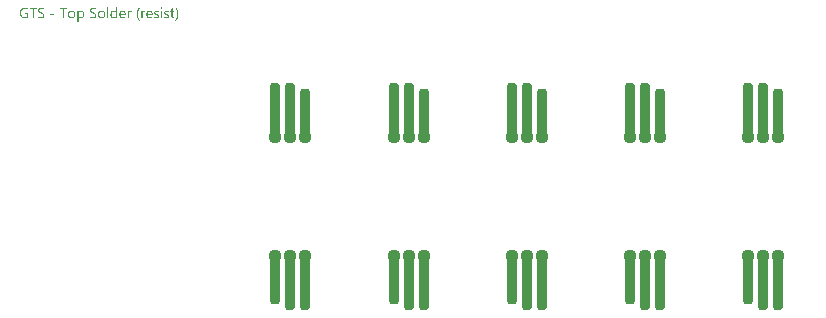
<source format=gts>
G04*
G04 #@! TF.GenerationSoftware,Altium Limited,Altium Designer,22.2.1 (43)*
G04*
G04 Layer_Color=8388736*
%FSLAX44Y44*%
%MOMM*%
G71*
G04*
G04 #@! TF.SameCoordinates,D623FA85-85CE-4992-9740-CC304F3E23A8*
G04*
G04*
G04 #@! TF.FilePolarity,Negative*
G04*
G01*
G75*
G04:AMPARAMS|DCode=13|XSize=0.9mm|YSize=4.8mm|CornerRadius=0.351mm|HoleSize=0mm|Usage=FLASHONLY|Rotation=0.000|XOffset=0mm|YOffset=0mm|HoleType=Round|Shape=RoundedRectangle|*
%AMROUNDEDRECTD13*
21,1,0.9000,4.0980,0,0,0.0*
21,1,0.1980,4.8000,0,0,0.0*
1,1,0.7020,0.0990,-2.0490*
1,1,0.7020,-0.0990,-2.0490*
1,1,0.7020,-0.0990,2.0490*
1,1,0.7020,0.0990,2.0490*
%
%ADD13ROUNDEDRECTD13*%
G04:AMPARAMS|DCode=14|XSize=0.9mm|YSize=4.3mm|CornerRadius=0.351mm|HoleSize=0mm|Usage=FLASHONLY|Rotation=0.000|XOffset=0mm|YOffset=0mm|HoleType=Round|Shape=RoundedRectangle|*
%AMROUNDEDRECTD14*
21,1,0.9000,3.5980,0,0,0.0*
21,1,0.1980,4.3000,0,0,0.0*
1,1,0.7020,0.0990,-1.7990*
1,1,0.7020,-0.0990,-1.7990*
1,1,0.7020,-0.0990,1.7990*
1,1,0.7020,0.0990,1.7990*
%
%ADD14ROUNDEDRECTD14*%
%ADD15C,1.1100*%
%ADD16C,0.1500*%
G36*
X425256Y279874D02*
X425327Y279859D01*
X425397Y279835D01*
X425476Y279796D01*
X425555Y279749D01*
X425633Y279686D01*
X425641Y279678D01*
X425664Y279655D01*
X425696Y279615D01*
X425735Y279561D01*
X425766Y279490D01*
X425798Y279411D01*
X425821Y279317D01*
X425829Y279215D01*
X425829Y279199D01*
X425829Y279168D01*
X425821Y279121D01*
X425806Y279050D01*
X425782Y278980D01*
X425743Y278901D01*
X425696Y278823D01*
X425633Y278744D01*
X425625Y278736D01*
X425602Y278713D01*
X425555Y278681D01*
X425500Y278650D01*
X425429Y278619D01*
X425350Y278587D01*
X425264Y278564D01*
X425162Y278556D01*
X425115Y278556D01*
X425068Y278564D01*
X424997Y278579D01*
X424927Y278603D01*
X424848Y278634D01*
X424770Y278674D01*
X424691Y278736D01*
X424683Y278744D01*
X424660Y278768D01*
X424628Y278815D01*
X424597Y278870D01*
X424566Y278933D01*
X424534Y279019D01*
X424511Y279113D01*
X424503Y279215D01*
X424503Y279231D01*
X424503Y279262D01*
X424511Y279317D01*
X424526Y279380D01*
X424550Y279458D01*
X424581Y279537D01*
X424628Y279615D01*
X424691Y279686D01*
X424699Y279694D01*
X424723Y279717D01*
X424770Y279749D01*
X424825Y279788D01*
X424895Y279820D01*
X424974Y279851D01*
X425060Y279874D01*
X425162Y279882D01*
X425209Y279882D01*
X425256Y279874D01*
X425256Y279874D02*
G37*
G36*
X367907Y279631D02*
X368016Y279631D01*
X368142Y279623D01*
X368283Y279615D01*
X368432Y279600D01*
X368746Y279561D01*
X369060Y279506D01*
X369217Y279466D01*
X369358Y279427D01*
X369500Y279372D01*
X369618Y279317D01*
X369618Y278140D01*
X369610Y278148D01*
X369578Y278163D01*
X369539Y278187D01*
X369476Y278226D01*
X369398Y278265D01*
X369304Y278312D01*
X369194Y278368D01*
X369068Y278415D01*
X368927Y278470D01*
X368770Y278517D01*
X368605Y278564D01*
X368425Y278603D01*
X368236Y278642D01*
X368032Y278666D01*
X367812Y278681D01*
X367585Y278689D01*
X367459Y278689D01*
X367373Y278681D01*
X367271Y278674D01*
X367153Y278658D01*
X367028Y278642D01*
X366902Y278619D01*
X366886Y278619D01*
X366847Y278603D01*
X366784Y278587D01*
X366698Y278564D01*
X366604Y278532D01*
X366502Y278493D01*
X366392Y278438D01*
X366290Y278383D01*
X366282Y278375D01*
X366243Y278352D01*
X366196Y278320D01*
X366133Y278273D01*
X366070Y278211D01*
X365992Y278140D01*
X365921Y278061D01*
X365858Y277967D01*
X365850Y277959D01*
X365835Y277920D01*
X365803Y277865D01*
X365780Y277794D01*
X365748Y277708D01*
X365717Y277598D01*
X365701Y277481D01*
X365693Y277347D01*
X365693Y277332D01*
X365693Y277292D01*
X365701Y277222D01*
X365709Y277143D01*
X365725Y277049D01*
X365748Y276947D01*
X365780Y276845D01*
X365819Y276751D01*
X365827Y276743D01*
X365842Y276711D01*
X365874Y276664D01*
X365913Y276602D01*
X365968Y276531D01*
X366031Y276452D01*
X366109Y276374D01*
X366196Y276296D01*
X366203Y276288D01*
X366243Y276264D01*
X366298Y276217D01*
X366368Y276170D01*
X366455Y276107D01*
X366557Y276044D01*
X366674Y275966D01*
X366800Y275895D01*
X366808Y275895D01*
X366816Y275887D01*
X366863Y275864D01*
X366941Y275825D01*
X367035Y275770D01*
X367161Y275715D01*
X367302Y275644D01*
X367459Y275565D01*
X367624Y275479D01*
X367632Y275479D01*
X367648Y275471D01*
X367671Y275456D01*
X367702Y275440D01*
X367750Y275416D01*
X367797Y275393D01*
X367914Y275330D01*
X368056Y275252D01*
X368213Y275165D01*
X368370Y275079D01*
X368534Y274977D01*
X368542Y274977D01*
X368550Y274969D01*
X368574Y274953D01*
X368605Y274930D01*
X368691Y274875D01*
X368793Y274804D01*
X368911Y274718D01*
X369037Y274624D01*
X369162Y274514D01*
X369288Y274396D01*
X369304Y274380D01*
X369343Y274341D01*
X369398Y274278D01*
X369476Y274192D01*
X369555Y274090D01*
X369641Y273972D01*
X369720Y273839D01*
X369798Y273698D01*
X369798Y273690D01*
X369806Y273682D01*
X369814Y273658D01*
X369829Y273627D01*
X369861Y273548D01*
X369900Y273446D01*
X369931Y273313D01*
X369963Y273164D01*
X369986Y272999D01*
X369994Y272819D01*
X369994Y272811D01*
X369994Y272787D01*
X369994Y272756D01*
X369994Y272709D01*
X369986Y272654D01*
X369979Y272583D01*
X369971Y272512D01*
X369963Y272434D01*
X369931Y272253D01*
X369884Y272065D01*
X369822Y271877D01*
X369735Y271696D01*
X369735Y271688D01*
X369727Y271673D01*
X369712Y271649D01*
X369688Y271618D01*
X369633Y271539D01*
X369555Y271429D01*
X369453Y271312D01*
X369335Y271186D01*
X369194Y271068D01*
X369037Y270951D01*
X369029Y270951D01*
X369013Y270935D01*
X368990Y270927D01*
X368958Y270903D01*
X368919Y270880D01*
X368864Y270856D01*
X368746Y270794D01*
X368597Y270731D01*
X368425Y270660D01*
X368236Y270597D01*
X368024Y270542D01*
X368016Y270542D01*
X368001Y270535D01*
X367969Y270535D01*
X367922Y270527D01*
X367875Y270511D01*
X367812Y270503D01*
X367742Y270495D01*
X367655Y270480D01*
X367475Y270456D01*
X367271Y270440D01*
X367051Y270425D01*
X366816Y270417D01*
X366729Y270417D01*
X366674Y270425D01*
X366596Y270425D01*
X366502Y270433D01*
X366400Y270440D01*
X366290Y270456D01*
X366274Y270456D01*
X366235Y270464D01*
X366172Y270472D01*
X366093Y270480D01*
X365999Y270495D01*
X365890Y270511D01*
X365780Y270527D01*
X365654Y270550D01*
X365638Y270550D01*
X365599Y270558D01*
X365536Y270574D01*
X365458Y270597D01*
X365364Y270613D01*
X365262Y270644D01*
X365042Y270707D01*
X365026Y270715D01*
X364995Y270723D01*
X364940Y270746D01*
X364877Y270770D01*
X364806Y270801D01*
X364728Y270841D01*
X364649Y270880D01*
X364579Y270927D01*
X364579Y272159D01*
X364587Y272151D01*
X364618Y272128D01*
X364665Y272089D01*
X364720Y272049D01*
X364799Y271994D01*
X364885Y271940D01*
X364979Y271877D01*
X365089Y271822D01*
X365105Y271814D01*
X365144Y271798D01*
X365199Y271767D01*
X365277Y271735D01*
X365372Y271696D01*
X365474Y271649D01*
X365591Y271602D01*
X365709Y271563D01*
X365725Y271555D01*
X365764Y271547D01*
X365835Y271531D01*
X365913Y271508D01*
X366015Y271476D01*
X366125Y271453D01*
X366368Y271406D01*
X366384Y271406D01*
X366423Y271398D01*
X366486Y271390D01*
X366572Y271382D01*
X366666Y271367D01*
X366768Y271359D01*
X366980Y271351D01*
X367075Y271351D01*
X367137Y271359D01*
X367216Y271359D01*
X367310Y271367D01*
X367412Y271382D01*
X367522Y271398D01*
X367757Y271437D01*
X367993Y271500D01*
X368220Y271586D01*
X368322Y271641D01*
X368417Y271704D01*
X368425Y271712D01*
X368440Y271720D01*
X368464Y271743D01*
X368495Y271775D01*
X368527Y271806D01*
X368566Y271853D01*
X368613Y271908D01*
X368660Y271971D01*
X368699Y272041D01*
X368746Y272112D01*
X368825Y272293D01*
X368848Y272395D01*
X368872Y272505D01*
X368888Y272614D01*
X368895Y272740D01*
X368895Y272748D01*
X368895Y272756D01*
X368895Y272803D01*
X368888Y272866D01*
X368880Y272952D01*
X368856Y273054D01*
X368833Y273156D01*
X368793Y273266D01*
X368739Y273368D01*
X368731Y273384D01*
X368707Y273415D01*
X368676Y273462D01*
X368629Y273533D01*
X368566Y273603D01*
X368487Y273690D01*
X368401Y273768D01*
X368299Y273855D01*
X368283Y273862D01*
X368252Y273894D01*
X368189Y273941D01*
X368111Y273996D01*
X368009Y274059D01*
X367899Y274129D01*
X367773Y274208D01*
X367632Y274278D01*
X367624Y274278D01*
X367616Y274286D01*
X367593Y274302D01*
X367569Y274318D01*
X367491Y274357D01*
X367388Y274412D01*
X367263Y274475D01*
X367122Y274545D01*
X366973Y274624D01*
X366808Y274710D01*
X366800Y274710D01*
X366784Y274718D01*
X366761Y274734D01*
X366729Y274749D01*
X366643Y274796D01*
X366525Y274859D01*
X366392Y274930D01*
X366243Y275008D01*
X365937Y275189D01*
X365929Y275189D01*
X365921Y275197D01*
X365897Y275212D01*
X365866Y275228D01*
X365795Y275283D01*
X365701Y275346D01*
X365591Y275424D01*
X365474Y275518D01*
X365356Y275613D01*
X365238Y275723D01*
X365222Y275738D01*
X365191Y275777D01*
X365136Y275832D01*
X365065Y275911D01*
X364995Y276013D01*
X364916Y276123D01*
X364838Y276248D01*
X364767Y276382D01*
X364767Y276390D01*
X364759Y276397D01*
X364751Y276421D01*
X364744Y276452D01*
X364712Y276531D01*
X364681Y276633D01*
X364649Y276758D01*
X364618Y276908D01*
X364602Y277073D01*
X364594Y277253D01*
X364594Y277261D01*
X364594Y277276D01*
X364594Y277316D01*
X364602Y277355D01*
X364602Y277410D01*
X364610Y277473D01*
X364626Y277614D01*
X364657Y277779D01*
X364704Y277959D01*
X364775Y278140D01*
X364861Y278312D01*
X364861Y278320D01*
X364877Y278336D01*
X364893Y278360D01*
X364908Y278391D01*
X364971Y278470D01*
X365050Y278579D01*
X365152Y278697D01*
X365269Y278823D01*
X365403Y278940D01*
X365560Y279058D01*
X365568Y279058D01*
X365583Y279074D01*
X365607Y279090D01*
X365638Y279105D01*
X365678Y279129D01*
X365725Y279160D01*
X365850Y279223D01*
X365999Y279294D01*
X366164Y279364D01*
X366353Y279435D01*
X366557Y279490D01*
X366564Y279490D01*
X366580Y279498D01*
X366612Y279506D01*
X366651Y279513D01*
X366706Y279521D01*
X366761Y279537D01*
X366831Y279553D01*
X366910Y279568D01*
X367082Y279592D01*
X367271Y279615D01*
X367483Y279631D01*
X367695Y279639D01*
X367820Y279639D01*
X367907Y279631D01*
X367907Y279631D02*
G37*
G36*
X323915Y279631D02*
X324025Y279631D01*
X324151Y279623D01*
X324292Y279615D01*
X324441Y279600D01*
X324755Y279561D01*
X325069Y279506D01*
X325226Y279466D01*
X325367Y279427D01*
X325508Y279372D01*
X325626Y279317D01*
X325626Y278140D01*
X325618Y278148D01*
X325587Y278163D01*
X325548Y278187D01*
X325485Y278226D01*
X325406Y278265D01*
X325312Y278312D01*
X325202Y278368D01*
X325077Y278415D01*
X324935Y278470D01*
X324779Y278517D01*
X324614Y278564D01*
X324433Y278603D01*
X324245Y278642D01*
X324041Y278666D01*
X323821Y278681D01*
X323593Y278689D01*
X323468Y278689D01*
X323381Y278681D01*
X323279Y278674D01*
X323162Y278658D01*
X323036Y278642D01*
X322910Y278619D01*
X322895Y278619D01*
X322856Y278603D01*
X322793Y278587D01*
X322706Y278564D01*
X322612Y278532D01*
X322510Y278493D01*
X322400Y278438D01*
X322298Y278383D01*
X322290Y278375D01*
X322251Y278352D01*
X322204Y278320D01*
X322141Y278273D01*
X322079Y278211D01*
X322000Y278140D01*
X321930Y278061D01*
X321867Y277967D01*
X321859Y277959D01*
X321843Y277920D01*
X321812Y277865D01*
X321788Y277794D01*
X321757Y277708D01*
X321725Y277598D01*
X321710Y277481D01*
X321702Y277347D01*
X321702Y277332D01*
X321702Y277292D01*
X321710Y277222D01*
X321717Y277143D01*
X321733Y277049D01*
X321757Y276947D01*
X321788Y276845D01*
X321827Y276751D01*
X321835Y276743D01*
X321851Y276711D01*
X321882Y276664D01*
X321922Y276602D01*
X321977Y276531D01*
X322039Y276452D01*
X322118Y276374D01*
X322204Y276296D01*
X322212Y276288D01*
X322251Y276264D01*
X322306Y276217D01*
X322377Y276170D01*
X322463Y276107D01*
X322565Y276044D01*
X322683Y275966D01*
X322808Y275895D01*
X322816Y275895D01*
X322824Y275887D01*
X322871Y275864D01*
X322950Y275825D01*
X323044Y275770D01*
X323170Y275715D01*
X323311Y275644D01*
X323468Y275565D01*
X323633Y275479D01*
X323641Y275479D01*
X323656Y275471D01*
X323680Y275456D01*
X323711Y275440D01*
X323758Y275416D01*
X323805Y275393D01*
X323923Y275330D01*
X324064Y275252D01*
X324221Y275165D01*
X324378Y275079D01*
X324543Y274977D01*
X324551Y274977D01*
X324559Y274969D01*
X324582Y274953D01*
X324614Y274930D01*
X324700Y274875D01*
X324802Y274804D01*
X324920Y274718D01*
X325045Y274624D01*
X325171Y274514D01*
X325297Y274396D01*
X325312Y274380D01*
X325351Y274341D01*
X325406Y274278D01*
X325485Y274192D01*
X325563Y274090D01*
X325650Y273972D01*
X325728Y273839D01*
X325807Y273698D01*
X325807Y273690D01*
X325815Y273682D01*
X325822Y273658D01*
X325838Y273627D01*
X325869Y273548D01*
X325909Y273446D01*
X325940Y273313D01*
X325971Y273164D01*
X325995Y272999D01*
X326003Y272819D01*
X326003Y272811D01*
X326003Y272787D01*
X326003Y272756D01*
X326003Y272709D01*
X325995Y272654D01*
X325987Y272583D01*
X325979Y272512D01*
X325971Y272434D01*
X325940Y272253D01*
X325893Y272065D01*
X325830Y271877D01*
X325744Y271696D01*
X325744Y271688D01*
X325736Y271673D01*
X325720Y271649D01*
X325697Y271618D01*
X325642Y271539D01*
X325563Y271429D01*
X325461Y271312D01*
X325344Y271186D01*
X325202Y271068D01*
X325045Y270951D01*
X325037Y270951D01*
X325022Y270935D01*
X324998Y270927D01*
X324967Y270903D01*
X324928Y270880D01*
X324873Y270856D01*
X324755Y270794D01*
X324606Y270731D01*
X324433Y270660D01*
X324245Y270597D01*
X324033Y270542D01*
X324025Y270542D01*
X324009Y270535D01*
X323978Y270535D01*
X323931Y270527D01*
X323884Y270511D01*
X323821Y270503D01*
X323750Y270495D01*
X323664Y270480D01*
X323484Y270456D01*
X323279Y270440D01*
X323060Y270425D01*
X322824Y270417D01*
X322738Y270417D01*
X322683Y270425D01*
X322604Y270425D01*
X322510Y270433D01*
X322408Y270440D01*
X322298Y270456D01*
X322283Y270456D01*
X322243Y270464D01*
X322181Y270472D01*
X322102Y270480D01*
X322008Y270495D01*
X321898Y270511D01*
X321788Y270527D01*
X321663Y270550D01*
X321647Y270550D01*
X321608Y270558D01*
X321545Y270574D01*
X321466Y270597D01*
X321372Y270613D01*
X321270Y270644D01*
X321050Y270707D01*
X321035Y270715D01*
X321003Y270723D01*
X320948Y270746D01*
X320886Y270770D01*
X320815Y270801D01*
X320737Y270841D01*
X320658Y270880D01*
X320587Y270927D01*
X320587Y272159D01*
X320595Y272151D01*
X320627Y272128D01*
X320674Y272089D01*
X320729Y272049D01*
X320807Y271994D01*
X320893Y271940D01*
X320988Y271877D01*
X321097Y271822D01*
X321113Y271814D01*
X321152Y271798D01*
X321207Y271767D01*
X321286Y271735D01*
X321380Y271696D01*
X321482Y271649D01*
X321600Y271602D01*
X321717Y271563D01*
X321733Y271555D01*
X321772Y271547D01*
X321843Y271531D01*
X321922Y271508D01*
X322024Y271476D01*
X322133Y271453D01*
X322377Y271406D01*
X322393Y271406D01*
X322432Y271398D01*
X322495Y271390D01*
X322581Y271382D01*
X322675Y271367D01*
X322777Y271359D01*
X322989Y271351D01*
X323083Y271351D01*
X323146Y271359D01*
X323224Y271359D01*
X323319Y271367D01*
X323421Y271382D01*
X323531Y271398D01*
X323766Y271437D01*
X324002Y271500D01*
X324229Y271586D01*
X324331Y271641D01*
X324425Y271704D01*
X324433Y271712D01*
X324449Y271720D01*
X324472Y271743D01*
X324504Y271775D01*
X324535Y271806D01*
X324574Y271853D01*
X324622Y271908D01*
X324669Y271971D01*
X324708Y272041D01*
X324755Y272112D01*
X324833Y272293D01*
X324857Y272395D01*
X324880Y272505D01*
X324896Y272614D01*
X324904Y272740D01*
X324904Y272748D01*
X324904Y272756D01*
X324904Y272803D01*
X324896Y272866D01*
X324888Y272952D01*
X324865Y273054D01*
X324841Y273156D01*
X324802Y273266D01*
X324747Y273368D01*
X324739Y273384D01*
X324716Y273415D01*
X324684Y273462D01*
X324637Y273533D01*
X324574Y273603D01*
X324496Y273690D01*
X324410Y273768D01*
X324308Y273855D01*
X324292Y273862D01*
X324260Y273894D01*
X324198Y273941D01*
X324119Y273996D01*
X324017Y274059D01*
X323907Y274129D01*
X323782Y274208D01*
X323641Y274278D01*
X323633Y274278D01*
X323625Y274286D01*
X323601Y274302D01*
X323578Y274318D01*
X323499Y274357D01*
X323397Y274412D01*
X323272Y274475D01*
X323130Y274545D01*
X322981Y274624D01*
X322816Y274710D01*
X322808Y274710D01*
X322793Y274718D01*
X322769Y274734D01*
X322738Y274749D01*
X322651Y274796D01*
X322534Y274859D01*
X322400Y274930D01*
X322251Y275008D01*
X321945Y275189D01*
X321937Y275189D01*
X321930Y275197D01*
X321906Y275212D01*
X321875Y275228D01*
X321804Y275283D01*
X321710Y275346D01*
X321600Y275424D01*
X321482Y275518D01*
X321364Y275613D01*
X321247Y275723D01*
X321231Y275738D01*
X321199Y275777D01*
X321145Y275832D01*
X321074Y275911D01*
X321003Y276013D01*
X320925Y276123D01*
X320846Y276248D01*
X320776Y276382D01*
X320776Y276390D01*
X320768Y276397D01*
X320760Y276421D01*
X320752Y276452D01*
X320721Y276531D01*
X320689Y276633D01*
X320658Y276758D01*
X320627Y276908D01*
X320611Y277073D01*
X320603Y277253D01*
X320603Y277261D01*
X320603Y277276D01*
X320603Y277316D01*
X320611Y277355D01*
X320611Y277410D01*
X320619Y277473D01*
X320634Y277614D01*
X320666Y277779D01*
X320713Y277959D01*
X320784Y278140D01*
X320870Y278312D01*
X320870Y278320D01*
X320886Y278336D01*
X320901Y278360D01*
X320917Y278391D01*
X320980Y278470D01*
X321058Y278579D01*
X321160Y278697D01*
X321278Y278823D01*
X321411Y278940D01*
X321568Y279058D01*
X321576Y279058D01*
X321592Y279074D01*
X321615Y279090D01*
X321647Y279105D01*
X321686Y279129D01*
X321733Y279160D01*
X321859Y279223D01*
X322008Y279294D01*
X322173Y279364D01*
X322361Y279435D01*
X322565Y279490D01*
X322573Y279490D01*
X322589Y279498D01*
X322620Y279506D01*
X322659Y279513D01*
X322714Y279521D01*
X322769Y279537D01*
X322840Y279553D01*
X322918Y279568D01*
X323091Y279592D01*
X323279Y279615D01*
X323491Y279631D01*
X323703Y279639D01*
X323829Y279639D01*
X323915Y279631D01*
X323915Y279631D02*
G37*
G36*
X309874Y279631D02*
X310000Y279623D01*
X310149Y279615D01*
X310306Y279600D01*
X310486Y279576D01*
X310675Y279553D01*
X310871Y279521D01*
X311075Y279482D01*
X311279Y279435D01*
X311483Y279380D01*
X311687Y279317D01*
X311891Y279247D01*
X312080Y279160D01*
X312080Y278006D01*
X312064Y278014D01*
X312032Y278038D01*
X311970Y278069D01*
X311891Y278116D01*
X311781Y278163D01*
X311656Y278226D01*
X311514Y278281D01*
X311350Y278352D01*
X311177Y278415D01*
X310981Y278477D01*
X310769Y278532D01*
X310541Y278579D01*
X310298Y278626D01*
X310047Y278658D01*
X309788Y278681D01*
X309513Y278689D01*
X309450Y278689D01*
X309372Y278681D01*
X309262Y278674D01*
X309136Y278658D01*
X308987Y278634D01*
X308822Y278603D01*
X308642Y278564D01*
X308453Y278509D01*
X308257Y278438D01*
X308053Y278352D01*
X307841Y278250D01*
X307637Y278132D01*
X307441Y277999D01*
X307245Y277834D01*
X307056Y277653D01*
X307048Y277645D01*
X307017Y277606D01*
X306970Y277551D01*
X306907Y277465D01*
X306837Y277363D01*
X306750Y277245D01*
X306664Y277096D01*
X306578Y276931D01*
X306491Y276751D01*
X306405Y276547D01*
X306319Y276327D01*
X306248Y276091D01*
X306185Y275840D01*
X306138Y275573D01*
X306107Y275283D01*
X306099Y274985D01*
X306099Y274977D01*
X306099Y274969D01*
X306099Y274946D01*
X306099Y274914D01*
X306099Y274867D01*
X306107Y274820D01*
X306115Y274702D01*
X306122Y274561D01*
X306146Y274396D01*
X306169Y274216D01*
X306209Y274019D01*
X306256Y273808D01*
X306319Y273588D01*
X306389Y273368D01*
X306476Y273140D01*
X306578Y272921D01*
X306695Y272709D01*
X306829Y272505D01*
X306986Y272316D01*
X306994Y272308D01*
X307025Y272277D01*
X307080Y272230D01*
X307150Y272167D01*
X307237Y272097D01*
X307347Y272010D01*
X307472Y271924D01*
X307621Y271838D01*
X307786Y271743D01*
X307967Y271657D01*
X308163Y271579D01*
X308383Y271500D01*
X308610Y271437D01*
X308862Y271390D01*
X309121Y271359D01*
X309403Y271351D01*
X309505Y271351D01*
X309576Y271359D01*
X309670Y271367D01*
X309772Y271374D01*
X309890Y271382D01*
X310023Y271406D01*
X310157Y271422D01*
X310306Y271453D01*
X310604Y271523D01*
X310761Y271571D01*
X310910Y271633D01*
X311059Y271696D01*
X311208Y271767D01*
X311208Y274270D01*
X309254Y274270D01*
X309254Y275220D01*
X312260Y275220D01*
X312260Y271170D01*
X312244Y271162D01*
X312197Y271139D01*
X312127Y271100D01*
X312024Y271053D01*
X311899Y270998D01*
X311750Y270935D01*
X311577Y270864D01*
X311381Y270794D01*
X311169Y270723D01*
X310934Y270652D01*
X310690Y270590D01*
X310431Y270535D01*
X310157Y270487D01*
X309866Y270448D01*
X309576Y270425D01*
X309270Y270417D01*
X309183Y270417D01*
X309144Y270425D01*
X309089Y270425D01*
X309026Y270433D01*
X308956Y270433D01*
X308791Y270456D01*
X308603Y270480D01*
X308398Y270519D01*
X308171Y270574D01*
X307928Y270637D01*
X307676Y270715D01*
X307417Y270817D01*
X307158Y270935D01*
X306899Y271076D01*
X306648Y271241D01*
X306405Y271429D01*
X306177Y271641D01*
X306162Y271657D01*
X306130Y271696D01*
X306067Y271767D01*
X305997Y271869D01*
X305903Y271987D01*
X305808Y272136D01*
X305699Y272316D01*
X305589Y272512D01*
X305479Y272732D01*
X305369Y272983D01*
X305275Y273250D01*
X305180Y273541D01*
X305110Y273847D01*
X305047Y274184D01*
X305016Y274537D01*
X305000Y274906D01*
X305000Y274914D01*
X305000Y274930D01*
X305000Y274961D01*
X305000Y275000D01*
X305008Y275047D01*
X305008Y275110D01*
X305016Y275173D01*
X305024Y275252D01*
X305031Y275338D01*
X305039Y275424D01*
X305071Y275628D01*
X305110Y275864D01*
X305165Y276107D01*
X305236Y276374D01*
X305322Y276649D01*
X305424Y276931D01*
X305549Y277214D01*
X305706Y277496D01*
X305879Y277779D01*
X306083Y278046D01*
X306311Y278305D01*
X306326Y278320D01*
X306374Y278360D01*
X306444Y278430D01*
X306546Y278517D01*
X306680Y278611D01*
X306829Y278729D01*
X307009Y278846D01*
X307221Y278972D01*
X307449Y279097D01*
X307700Y279215D01*
X307967Y279333D01*
X308265Y279427D01*
X308579Y279513D01*
X308909Y279584D01*
X309262Y279623D01*
X309631Y279639D01*
X309772Y279639D01*
X309874Y279631D01*
X309874Y279631D02*
G37*
G36*
X387630Y270566D02*
X386610Y270566D01*
X386610Y271641D01*
X386586Y271641D01*
X386578Y271625D01*
X386555Y271586D01*
X386508Y271531D01*
X386453Y271453D01*
X386374Y271359D01*
X386288Y271257D01*
X386178Y271147D01*
X386045Y271029D01*
X385903Y270911D01*
X385739Y270801D01*
X385558Y270699D01*
X385362Y270605D01*
X385150Y270527D01*
X384915Y270472D01*
X384663Y270433D01*
X384397Y270417D01*
X384342Y270417D01*
X384279Y270425D01*
X384200Y270433D01*
X384098Y270440D01*
X383980Y270464D01*
X383847Y270487D01*
X383706Y270527D01*
X383557Y270566D01*
X383400Y270629D01*
X383243Y270692D01*
X383078Y270778D01*
X382921Y270872D01*
X382764Y270990D01*
X382615Y271123D01*
X382474Y271272D01*
X382466Y271280D01*
X382442Y271312D01*
X382411Y271359D01*
X382364Y271429D01*
X382309Y271516D01*
X382246Y271618D01*
X382183Y271743D01*
X382120Y271884D01*
X382050Y272041D01*
X381987Y272214D01*
X381924Y272410D01*
X381869Y272614D01*
X381822Y272834D01*
X381791Y273078D01*
X381767Y273329D01*
X381759Y273596D01*
X381759Y273603D01*
X381759Y273611D01*
X381759Y273635D01*
X381759Y273666D01*
X381767Y273745D01*
X381775Y273855D01*
X381783Y273996D01*
X381799Y274145D01*
X381822Y274318D01*
X381861Y274506D01*
X381901Y274702D01*
X381955Y274914D01*
X382018Y275118D01*
X382097Y275338D01*
X382183Y275542D01*
X382293Y275746D01*
X382411Y275942D01*
X382552Y276131D01*
X382560Y276138D01*
X382591Y276170D01*
X382638Y276217D01*
X382701Y276280D01*
X382780Y276350D01*
X382874Y276437D01*
X382992Y276523D01*
X383117Y276609D01*
X383266Y276696D01*
X383423Y276782D01*
X383596Y276868D01*
X383784Y276939D01*
X383988Y277002D01*
X384208Y277049D01*
X384436Y277080D01*
X384679Y277088D01*
X384734Y277088D01*
X384805Y277080D01*
X384891Y277073D01*
X385001Y277057D01*
X385126Y277033D01*
X385260Y277002D01*
X385409Y276963D01*
X385566Y276908D01*
X385723Y276837D01*
X385880Y276751D01*
X386037Y276649D01*
X386186Y276531D01*
X386335Y276397D01*
X386469Y276233D01*
X386586Y276052D01*
X386610Y276052D01*
X386610Y280000D01*
X387630Y280000D01*
X387630Y270566D01*
X387630Y270566D02*
G37*
G36*
X357240Y277080D02*
X357327Y277073D01*
X357429Y277065D01*
X357546Y277041D01*
X357680Y277017D01*
X357829Y276978D01*
X357978Y276931D01*
X358135Y276876D01*
X358292Y276806D01*
X358457Y276727D01*
X358614Y276625D01*
X358763Y276507D01*
X358912Y276374D01*
X359045Y276225D01*
X359053Y276217D01*
X359077Y276186D01*
X359108Y276138D01*
X359155Y276068D01*
X359202Y275982D01*
X359265Y275879D01*
X359328Y275754D01*
X359391Y275620D01*
X359454Y275464D01*
X359516Y275291D01*
X359579Y275103D01*
X359626Y274898D01*
X359673Y274679D01*
X359705Y274443D01*
X359728Y274192D01*
X359736Y273933D01*
X359736Y273925D01*
X359736Y273917D01*
X359736Y273894D01*
X359736Y273862D01*
X359728Y273776D01*
X359720Y273666D01*
X359713Y273533D01*
X359697Y273376D01*
X359673Y273203D01*
X359642Y273015D01*
X359595Y272819D01*
X359548Y272607D01*
X359485Y272395D01*
X359407Y272183D01*
X359320Y271971D01*
X359218Y271759D01*
X359093Y271563D01*
X358959Y271374D01*
X358951Y271367D01*
X358920Y271335D01*
X358881Y271288D01*
X358818Y271225D01*
X358739Y271155D01*
X358645Y271068D01*
X358527Y270982D01*
X358402Y270896D01*
X358261Y270809D01*
X358096Y270723D01*
X357923Y270637D01*
X357735Y270566D01*
X357531Y270503D01*
X357311Y270456D01*
X357076Y270425D01*
X356832Y270417D01*
X356777Y270417D01*
X356715Y270425D01*
X356628Y270433D01*
X356526Y270448D01*
X356408Y270472D01*
X356275Y270503D01*
X356126Y270550D01*
X355977Y270605D01*
X355820Y270676D01*
X355663Y270762D01*
X355498Y270864D01*
X355341Y270990D01*
X355192Y271131D01*
X355051Y271296D01*
X354917Y271484D01*
X354894Y271484D01*
X354894Y267638D01*
X353873Y267638D01*
X353873Y276939D01*
X354894Y276939D01*
X354894Y275817D01*
X354917Y275817D01*
X354925Y275832D01*
X354956Y275872D01*
X354996Y275934D01*
X355058Y276013D01*
X355137Y276115D01*
X355231Y276217D01*
X355349Y276335D01*
X355474Y276452D01*
X355624Y276570D01*
X355788Y276688D01*
X355969Y276790D01*
X356165Y276892D01*
X356377Y276970D01*
X356612Y277033D01*
X356856Y277073D01*
X357123Y277088D01*
X357178Y277088D01*
X357240Y277080D01*
X357240Y277080D02*
G37*
G36*
X429926Y277080D02*
X429997Y277080D01*
X430083Y277073D01*
X430177Y277065D01*
X430279Y277049D01*
X430515Y277017D01*
X430758Y276963D01*
X431017Y276892D01*
X431268Y276798D01*
X431268Y275762D01*
X431260Y275770D01*
X431237Y275785D01*
X431198Y275801D01*
X431143Y275832D01*
X431080Y275872D01*
X431001Y275911D01*
X430907Y275950D01*
X430805Y275997D01*
X430687Y276036D01*
X430570Y276076D01*
X430436Y276115D01*
X430295Y276154D01*
X430138Y276186D01*
X429981Y276201D01*
X429824Y276217D01*
X429651Y276225D01*
X429549Y276225D01*
X429479Y276217D01*
X429400Y276209D01*
X429314Y276193D01*
X429133Y276154D01*
X429126Y276154D01*
X429094Y276146D01*
X429055Y276131D01*
X429000Y276107D01*
X428875Y276052D01*
X428741Y275974D01*
X428733Y275966D01*
X428717Y275950D01*
X428686Y275927D01*
X428647Y275895D01*
X428560Y275809D01*
X428482Y275691D01*
X428482Y275683D01*
X428466Y275660D01*
X428459Y275628D01*
X428443Y275581D01*
X428427Y275534D01*
X428411Y275471D01*
X428404Y275401D01*
X428396Y275330D01*
X428396Y275322D01*
X428396Y275291D01*
X428404Y275244D01*
X428404Y275181D01*
X428419Y275118D01*
X428435Y275047D01*
X428451Y274977D01*
X428482Y274906D01*
X428490Y274898D01*
X428498Y274875D01*
X428521Y274844D01*
X428553Y274804D01*
X428592Y274765D01*
X428631Y274710D01*
X428749Y274608D01*
X428757Y274600D01*
X428780Y274585D01*
X428820Y274561D01*
X428867Y274529D01*
X428929Y274498D01*
X429000Y274459D01*
X429086Y274412D01*
X429173Y274373D01*
X429181Y274365D01*
X429220Y274357D01*
X429267Y274333D01*
X429338Y274310D01*
X429424Y274270D01*
X429518Y274231D01*
X429620Y274192D01*
X429738Y274145D01*
X429746Y274145D01*
X429753Y274137D01*
X429777Y274129D01*
X429809Y274121D01*
X429887Y274090D01*
X429989Y274043D01*
X430107Y273996D01*
X430240Y273941D01*
X430374Y273878D01*
X430499Y273815D01*
X430507Y273815D01*
X430515Y273808D01*
X430554Y273784D01*
X430617Y273752D01*
X430695Y273705D01*
X430789Y273643D01*
X430884Y273580D01*
X430978Y273501D01*
X431072Y273423D01*
X431080Y273415D01*
X431111Y273384D01*
X431151Y273344D01*
X431205Y273282D01*
X431260Y273211D01*
X431323Y273125D01*
X431378Y273030D01*
X431433Y272928D01*
X431441Y272913D01*
X431457Y272881D01*
X431472Y272819D01*
X431496Y272740D01*
X431520Y272646D01*
X431543Y272536D01*
X431551Y272410D01*
X431559Y272269D01*
X431559Y272261D01*
X431559Y272246D01*
X431559Y272222D01*
X431559Y272191D01*
X431551Y272104D01*
X431535Y271987D01*
X431504Y271861D01*
X431472Y271720D01*
X431417Y271579D01*
X431347Y271445D01*
X431339Y271429D01*
X431307Y271390D01*
X431260Y271327D01*
X431198Y271241D01*
X431119Y271155D01*
X431025Y271053D01*
X430915Y270958D01*
X430789Y270864D01*
X430774Y270856D01*
X430727Y270825D01*
X430656Y270786D01*
X430562Y270739D01*
X430444Y270684D01*
X430303Y270629D01*
X430154Y270574D01*
X429989Y270527D01*
X429981Y270527D01*
X429965Y270519D01*
X429942Y270519D01*
X429911Y270511D01*
X429871Y270503D01*
X429824Y270495D01*
X429706Y270472D01*
X429557Y270448D01*
X429400Y270433D01*
X429228Y270425D01*
X429039Y270417D01*
X428945Y270417D01*
X428875Y270425D01*
X428788Y270425D01*
X428694Y270440D01*
X428576Y270448D01*
X428459Y270464D01*
X428325Y270487D01*
X428192Y270511D01*
X427909Y270574D01*
X427619Y270668D01*
X427477Y270731D01*
X427336Y270794D01*
X427336Y271884D01*
X427344Y271877D01*
X427375Y271861D01*
X427422Y271830D01*
X427485Y271790D01*
X427564Y271743D01*
X427650Y271688D01*
X427760Y271633D01*
X427878Y271579D01*
X428011Y271523D01*
X428152Y271469D01*
X428302Y271414D01*
X428459Y271367D01*
X428631Y271327D01*
X428804Y271296D01*
X428984Y271280D01*
X429173Y271272D01*
X429228Y271272D01*
X429298Y271280D01*
X429385Y271288D01*
X429487Y271304D01*
X429596Y271319D01*
X429722Y271351D01*
X429848Y271382D01*
X429965Y271429D01*
X430091Y271492D01*
X430201Y271563D01*
X430303Y271649D01*
X430389Y271751D01*
X430460Y271869D01*
X430499Y272010D01*
X430515Y272089D01*
X430515Y272167D01*
X430515Y272175D01*
X430515Y272214D01*
X430507Y272261D01*
X430499Y272316D01*
X430483Y272387D01*
X430468Y272458D01*
X430436Y272528D01*
X430397Y272599D01*
X430389Y272607D01*
X430374Y272630D01*
X430350Y272662D01*
X430319Y272709D01*
X430271Y272756D01*
X430224Y272811D01*
X430162Y272858D01*
X430091Y272913D01*
X430083Y272921D01*
X430060Y272936D01*
X430013Y272960D01*
X429958Y272999D01*
X429895Y273038D01*
X429816Y273078D01*
X429722Y273117D01*
X429628Y273156D01*
X429612Y273164D01*
X429581Y273172D01*
X429526Y273195D01*
X429455Y273227D01*
X429377Y273266D01*
X429275Y273305D01*
X429173Y273344D01*
X429063Y273391D01*
X429055Y273391D01*
X429047Y273399D01*
X429024Y273407D01*
X428992Y273423D01*
X428914Y273454D01*
X428812Y273493D01*
X428694Y273548D01*
X428568Y273603D01*
X428443Y273666D01*
X428317Y273729D01*
X428302Y273737D01*
X428262Y273760D01*
X428207Y273792D01*
X428129Y273839D01*
X428042Y273902D01*
X427956Y273964D01*
X427862Y274035D01*
X427776Y274114D01*
X427768Y274121D01*
X427744Y274153D01*
X427705Y274192D01*
X427658Y274255D01*
X427603Y274326D01*
X427548Y274412D01*
X427501Y274498D01*
X427454Y274600D01*
X427446Y274616D01*
X427438Y274647D01*
X427422Y274710D01*
X427407Y274781D01*
X427383Y274875D01*
X427368Y274985D01*
X427360Y275110D01*
X427352Y275244D01*
X427352Y275252D01*
X427352Y275267D01*
X427352Y275291D01*
X427352Y275322D01*
X427360Y275401D01*
X427375Y275511D01*
X427399Y275636D01*
X427438Y275770D01*
X427485Y275903D01*
X427556Y276036D01*
X427556Y276044D01*
X427564Y276052D01*
X427595Y276091D01*
X427642Y276154D01*
X427697Y276241D01*
X427776Y276327D01*
X427870Y276421D01*
X427980Y276523D01*
X428097Y276609D01*
X428105Y276609D01*
X428113Y276617D01*
X428160Y276649D01*
X428231Y276688D01*
X428325Y276743D01*
X428443Y276798D01*
X428576Y276861D01*
X428725Y276915D01*
X428882Y276963D01*
X428890Y276963D01*
X428906Y276970D01*
X428929Y276978D01*
X428961Y276986D01*
X429000Y276994D01*
X429047Y277002D01*
X429157Y277025D01*
X429298Y277049D01*
X429447Y277073D01*
X429612Y277080D01*
X429785Y277088D01*
X429863Y277088D01*
X429926Y277080D01*
X429926Y277080D02*
G37*
G36*
X421434Y277080D02*
X421505Y277080D01*
X421591Y277073D01*
X421685Y277065D01*
X421787Y277049D01*
X422023Y277017D01*
X422266Y276963D01*
X422525Y276892D01*
X422776Y276798D01*
X422776Y275762D01*
X422768Y275770D01*
X422745Y275785D01*
X422705Y275801D01*
X422650Y275832D01*
X422588Y275872D01*
X422509Y275911D01*
X422415Y275950D01*
X422313Y275997D01*
X422195Y276036D01*
X422078Y276076D01*
X421944Y276115D01*
X421803Y276154D01*
X421646Y276186D01*
X421489Y276201D01*
X421332Y276217D01*
X421159Y276225D01*
X421057Y276225D01*
X420987Y276217D01*
X420908Y276209D01*
X420822Y276193D01*
X420641Y276154D01*
X420633Y276154D01*
X420602Y276146D01*
X420563Y276131D01*
X420508Y276107D01*
X420382Y276052D01*
X420249Y275974D01*
X420241Y275966D01*
X420225Y275950D01*
X420194Y275927D01*
X420155Y275895D01*
X420068Y275809D01*
X419990Y275691D01*
X419990Y275683D01*
X419974Y275660D01*
X419966Y275628D01*
X419951Y275581D01*
X419935Y275534D01*
X419919Y275471D01*
X419911Y275401D01*
X419903Y275330D01*
X419903Y275322D01*
X419903Y275291D01*
X419911Y275244D01*
X419911Y275181D01*
X419927Y275118D01*
X419943Y275047D01*
X419958Y274977D01*
X419990Y274906D01*
X419998Y274898D01*
X420006Y274875D01*
X420029Y274844D01*
X420061Y274804D01*
X420100Y274765D01*
X420139Y274710D01*
X420257Y274608D01*
X420265Y274600D01*
X420288Y274585D01*
X420327Y274561D01*
X420374Y274529D01*
X420437Y274498D01*
X420508Y274459D01*
X420594Y274412D01*
X420681Y274373D01*
X420688Y274365D01*
X420728Y274357D01*
X420775Y274333D01*
X420845Y274310D01*
X420932Y274270D01*
X421026Y274231D01*
X421128Y274192D01*
X421246Y274145D01*
X421254Y274145D01*
X421261Y274137D01*
X421285Y274129D01*
X421316Y274121D01*
X421395Y274090D01*
X421497Y274043D01*
X421614Y273996D01*
X421748Y273941D01*
X421881Y273878D01*
X422007Y273815D01*
X422015Y273815D01*
X422023Y273808D01*
X422062Y273784D01*
X422125Y273752D01*
X422203Y273705D01*
X422297Y273643D01*
X422392Y273580D01*
X422486Y273501D01*
X422580Y273423D01*
X422588Y273415D01*
X422619Y273384D01*
X422658Y273344D01*
X422713Y273282D01*
X422768Y273211D01*
X422831Y273125D01*
X422886Y273030D01*
X422941Y272928D01*
X422949Y272913D01*
X422965Y272881D01*
X422980Y272819D01*
X423004Y272740D01*
X423027Y272646D01*
X423051Y272536D01*
X423059Y272410D01*
X423066Y272269D01*
X423066Y272261D01*
X423066Y272246D01*
X423066Y272222D01*
X423066Y272191D01*
X423059Y272104D01*
X423043Y271987D01*
X423012Y271861D01*
X422980Y271720D01*
X422925Y271579D01*
X422855Y271445D01*
X422847Y271429D01*
X422815Y271390D01*
X422768Y271327D01*
X422705Y271241D01*
X422627Y271155D01*
X422533Y271053D01*
X422423Y270958D01*
X422297Y270864D01*
X422282Y270856D01*
X422235Y270825D01*
X422164Y270786D01*
X422070Y270739D01*
X421952Y270684D01*
X421811Y270629D01*
X421662Y270574D01*
X421497Y270527D01*
X421489Y270527D01*
X421473Y270519D01*
X421450Y270519D01*
X421418Y270511D01*
X421379Y270503D01*
X421332Y270495D01*
X421214Y270472D01*
X421065Y270448D01*
X420908Y270433D01*
X420736Y270425D01*
X420547Y270417D01*
X420453Y270417D01*
X420382Y270425D01*
X420296Y270425D01*
X420202Y270440D01*
X420084Y270448D01*
X419966Y270464D01*
X419833Y270487D01*
X419700Y270511D01*
X419417Y270574D01*
X419127Y270668D01*
X418985Y270731D01*
X418844Y270794D01*
X418844Y271884D01*
X418852Y271877D01*
X418883Y271861D01*
X418930Y271830D01*
X418993Y271790D01*
X419072Y271743D01*
X419158Y271688D01*
X419268Y271633D01*
X419385Y271579D01*
X419519Y271523D01*
X419660Y271469D01*
X419809Y271414D01*
X419966Y271367D01*
X420139Y271327D01*
X420312Y271296D01*
X420492Y271280D01*
X420681Y271272D01*
X420736Y271272D01*
X420806Y271280D01*
X420892Y271288D01*
X420994Y271304D01*
X421104Y271319D01*
X421230Y271351D01*
X421356Y271382D01*
X421473Y271429D01*
X421599Y271492D01*
X421709Y271563D01*
X421811Y271649D01*
X421897Y271751D01*
X421968Y271869D01*
X422007Y272010D01*
X422023Y272089D01*
X422023Y272167D01*
X422023Y272175D01*
X422023Y272214D01*
X422015Y272261D01*
X422007Y272316D01*
X421991Y272387D01*
X421976Y272458D01*
X421944Y272528D01*
X421905Y272599D01*
X421897Y272607D01*
X421881Y272630D01*
X421858Y272662D01*
X421826Y272709D01*
X421779Y272756D01*
X421732Y272811D01*
X421670Y272858D01*
X421599Y272913D01*
X421591Y272921D01*
X421567Y272936D01*
X421520Y272960D01*
X421465Y272999D01*
X421403Y273038D01*
X421324Y273078D01*
X421230Y273117D01*
X421136Y273156D01*
X421120Y273164D01*
X421089Y273172D01*
X421034Y273195D01*
X420963Y273227D01*
X420885Y273266D01*
X420783Y273305D01*
X420681Y273344D01*
X420571Y273391D01*
X420563Y273391D01*
X420555Y273399D01*
X420531Y273407D01*
X420500Y273423D01*
X420421Y273454D01*
X420320Y273493D01*
X420202Y273548D01*
X420076Y273603D01*
X419951Y273666D01*
X419825Y273729D01*
X419809Y273737D01*
X419770Y273760D01*
X419715Y273792D01*
X419637Y273839D01*
X419550Y273902D01*
X419464Y273964D01*
X419370Y274035D01*
X419283Y274114D01*
X419276Y274121D01*
X419252Y274153D01*
X419213Y274192D01*
X419166Y274255D01*
X419111Y274326D01*
X419056Y274412D01*
X419009Y274498D01*
X418962Y274600D01*
X418954Y274616D01*
X418946Y274647D01*
X418930Y274710D01*
X418915Y274781D01*
X418891Y274875D01*
X418875Y274985D01*
X418867Y275110D01*
X418860Y275244D01*
X418860Y275252D01*
X418860Y275267D01*
X418860Y275291D01*
X418860Y275322D01*
X418867Y275401D01*
X418883Y275511D01*
X418907Y275636D01*
X418946Y275770D01*
X418993Y275903D01*
X419064Y276036D01*
X419064Y276044D01*
X419072Y276052D01*
X419103Y276091D01*
X419150Y276154D01*
X419205Y276241D01*
X419283Y276327D01*
X419378Y276421D01*
X419488Y276523D01*
X419605Y276609D01*
X419613Y276609D01*
X419621Y276617D01*
X419668Y276649D01*
X419739Y276688D01*
X419833Y276743D01*
X419951Y276798D01*
X420084Y276861D01*
X420233Y276915D01*
X420390Y276963D01*
X420398Y276963D01*
X420414Y276970D01*
X420437Y276978D01*
X420469Y276986D01*
X420508Y276994D01*
X420555Y277002D01*
X420665Y277025D01*
X420806Y277049D01*
X420955Y277073D01*
X421120Y277080D01*
X421293Y277088D01*
X421371Y277088D01*
X421434Y277080D01*
X421434Y277080D02*
G37*
G36*
X410988Y277041D02*
X411074Y277041D01*
X411168Y277025D01*
X411270Y277010D01*
X411372Y276994D01*
X411458Y276963D01*
X411458Y275903D01*
X411443Y275911D01*
X411411Y275934D01*
X411349Y275966D01*
X411262Y276005D01*
X411144Y276044D01*
X411019Y276076D01*
X410862Y276099D01*
X410681Y276107D01*
X410619Y276107D01*
X410572Y276099D01*
X410517Y276091D01*
X410454Y276076D01*
X410305Y276029D01*
X410218Y275997D01*
X410132Y275958D01*
X410038Y275903D01*
X409944Y275848D01*
X409857Y275777D01*
X409763Y275691D01*
X409677Y275597D01*
X409590Y275487D01*
X409583Y275479D01*
X409575Y275456D01*
X409551Y275424D01*
X409520Y275377D01*
X409488Y275314D01*
X409449Y275236D01*
X409410Y275150D01*
X409371Y275047D01*
X409332Y274938D01*
X409292Y274812D01*
X409253Y274671D01*
X409222Y274522D01*
X409190Y274357D01*
X409167Y274184D01*
X409159Y274004D01*
X409151Y273808D01*
X409151Y270566D01*
X408131Y270566D01*
X408131Y276939D01*
X409151Y276939D01*
X409151Y275620D01*
X409174Y275620D01*
X409174Y275628D01*
X409182Y275652D01*
X409198Y275683D01*
X409214Y275730D01*
X409237Y275785D01*
X409269Y275856D01*
X409339Y276005D01*
X409434Y276178D01*
X409551Y276350D01*
X409685Y276515D01*
X409842Y276672D01*
X409850Y276680D01*
X409865Y276688D01*
X409889Y276704D01*
X409920Y276735D01*
X409959Y276758D01*
X410014Y276790D01*
X410132Y276861D01*
X410281Y276931D01*
X410454Y276994D01*
X410642Y277033D01*
X410744Y277041D01*
X410846Y277049D01*
X410909Y277049D01*
X410988Y277041D01*
X410988Y277041D02*
G37*
G36*
X399215Y277041D02*
X399301Y277041D01*
X399395Y277025D01*
X399497Y277010D01*
X399599Y276994D01*
X399686Y276963D01*
X399686Y275903D01*
X399670Y275911D01*
X399638Y275934D01*
X399576Y275966D01*
X399489Y276005D01*
X399372Y276044D01*
X399246Y276076D01*
X399089Y276099D01*
X398909Y276107D01*
X398846Y276107D01*
X398799Y276099D01*
X398744Y276091D01*
X398681Y276076D01*
X398532Y276029D01*
X398446Y275997D01*
X398359Y275958D01*
X398265Y275903D01*
X398171Y275848D01*
X398084Y275777D01*
X397990Y275691D01*
X397904Y275597D01*
X397818Y275487D01*
X397810Y275479D01*
X397802Y275456D01*
X397778Y275424D01*
X397747Y275377D01*
X397715Y275314D01*
X397676Y275236D01*
X397637Y275150D01*
X397598Y275047D01*
X397559Y274938D01*
X397519Y274812D01*
X397480Y274671D01*
X397449Y274522D01*
X397417Y274357D01*
X397394Y274184D01*
X397386Y274004D01*
X397378Y273808D01*
X397378Y270566D01*
X396358Y270566D01*
X396358Y276939D01*
X397378Y276939D01*
X397378Y275620D01*
X397402Y275620D01*
X397402Y275628D01*
X397409Y275652D01*
X397425Y275683D01*
X397441Y275730D01*
X397464Y275785D01*
X397496Y275856D01*
X397566Y276005D01*
X397661Y276178D01*
X397778Y276350D01*
X397912Y276515D01*
X398069Y276672D01*
X398077Y276680D01*
X398092Y276688D01*
X398116Y276704D01*
X398147Y276735D01*
X398186Y276758D01*
X398241Y276790D01*
X398359Y276861D01*
X398508Y276931D01*
X398681Y276994D01*
X398869Y277033D01*
X398971Y277041D01*
X399073Y277049D01*
X399136Y277049D01*
X399215Y277041D01*
X399215Y277041D02*
G37*
G36*
X334401Y273713D02*
X331002Y273713D01*
X331002Y274514D01*
X334401Y274514D01*
X334401Y273713D01*
X334401Y273713D02*
G37*
G36*
X425657Y270566D02*
X424636Y270566D01*
X424636Y276939D01*
X425657Y276939D01*
X425657Y270566D01*
X425657Y270566D02*
G37*
G36*
X380127Y270566D02*
X379106Y270566D01*
X379106Y280000D01*
X380127Y280000D01*
X380127Y270566D01*
X380127Y270566D02*
G37*
G36*
X345138Y278540D02*
X342563Y278540D01*
X342563Y270566D01*
X341520Y270566D01*
X341520Y278540D01*
X338945Y278540D01*
X338945Y279490D01*
X345138Y279490D01*
X345138Y278540D01*
X345138Y278540D02*
G37*
G36*
X319606Y278540D02*
X317032Y278540D01*
X317032Y270566D01*
X315988Y270566D01*
X315988Y278540D01*
X313414Y278540D01*
X313414Y279490D01*
X319606Y279490D01*
X319606Y278540D01*
X319606Y278540D02*
G37*
G36*
X434478Y276939D02*
X436087Y276939D01*
X436087Y276060D01*
X434478Y276060D01*
X434478Y272473D01*
X434478Y272465D01*
X434478Y272442D01*
X434478Y272410D01*
X434478Y272371D01*
X434486Y272316D01*
X434494Y272253D01*
X434510Y272120D01*
X434533Y271963D01*
X434573Y271814D01*
X434627Y271673D01*
X434659Y271610D01*
X434698Y271555D01*
X434706Y271547D01*
X434737Y271516D01*
X434792Y271469D01*
X434871Y271422D01*
X434973Y271367D01*
X435098Y271327D01*
X435247Y271296D01*
X435420Y271280D01*
X435483Y271280D01*
X435554Y271288D01*
X435648Y271304D01*
X435750Y271335D01*
X435868Y271367D01*
X435978Y271422D01*
X436087Y271492D01*
X436087Y270621D01*
X436079Y270621D01*
X436072Y270613D01*
X436048Y270605D01*
X436025Y270590D01*
X435938Y270558D01*
X435836Y270527D01*
X435695Y270495D01*
X435530Y270464D01*
X435342Y270440D01*
X435130Y270433D01*
X435059Y270433D01*
X434973Y270448D01*
X434871Y270464D01*
X434745Y270487D01*
X434604Y270535D01*
X434447Y270590D01*
X434298Y270668D01*
X434141Y270762D01*
X433984Y270888D01*
X433843Y271037D01*
X433780Y271123D01*
X433717Y271217D01*
X433662Y271319D01*
X433615Y271429D01*
X433568Y271547D01*
X433529Y271681D01*
X433497Y271814D01*
X433474Y271963D01*
X433466Y272120D01*
X433458Y272293D01*
X433458Y276060D01*
X432367Y276060D01*
X432367Y276939D01*
X433458Y276939D01*
X433458Y278493D01*
X434478Y278823D01*
X434478Y276939D01*
X434478Y276939D02*
G37*
G36*
X415187Y277080D02*
X415273Y277073D01*
X415383Y277065D01*
X415500Y277049D01*
X415634Y277017D01*
X415775Y276986D01*
X415932Y276947D01*
X416089Y276892D01*
X416246Y276821D01*
X416411Y276743D01*
X416568Y276649D01*
X416717Y276539D01*
X416866Y276413D01*
X417000Y276272D01*
X417007Y276264D01*
X417031Y276233D01*
X417062Y276186D01*
X417109Y276123D01*
X417156Y276044D01*
X417219Y275942D01*
X417282Y275825D01*
X417345Y275691D01*
X417408Y275534D01*
X417471Y275369D01*
X417533Y275181D01*
X417580Y274985D01*
X417627Y274765D01*
X417659Y274537D01*
X417682Y274286D01*
X417690Y274027D01*
X417690Y273493D01*
X413185Y273493D01*
X413185Y273478D01*
X413185Y273446D01*
X413193Y273391D01*
X413201Y273321D01*
X413209Y273227D01*
X413224Y273125D01*
X413240Y273015D01*
X413271Y272889D01*
X413342Y272622D01*
X413389Y272489D01*
X413444Y272348D01*
X413507Y272214D01*
X413578Y272081D01*
X413664Y271963D01*
X413758Y271845D01*
X413766Y271838D01*
X413782Y271822D01*
X413813Y271790D01*
X413860Y271759D01*
X413915Y271712D01*
X413986Y271665D01*
X414064Y271610D01*
X414151Y271563D01*
X414253Y271508D01*
X414370Y271453D01*
X414488Y271406D01*
X414629Y271359D01*
X414771Y271327D01*
X414927Y271296D01*
X415092Y271280D01*
X415265Y271272D01*
X415312Y271272D01*
X415367Y271280D01*
X415446Y271280D01*
X415540Y271296D01*
X415650Y271312D01*
X415775Y271335D01*
X415916Y271359D01*
X416066Y271398D01*
X416222Y271445D01*
X416387Y271500D01*
X416552Y271571D01*
X416725Y271649D01*
X416898Y271743D01*
X417070Y271853D01*
X417243Y271979D01*
X417243Y271021D01*
X417235Y271013D01*
X417204Y270998D01*
X417156Y270966D01*
X417094Y270927D01*
X417007Y270880D01*
X416905Y270833D01*
X416788Y270778D01*
X416654Y270723D01*
X416497Y270660D01*
X416332Y270605D01*
X416152Y270558D01*
X415956Y270511D01*
X415744Y270472D01*
X415516Y270440D01*
X415273Y270425D01*
X415022Y270417D01*
X414959Y270417D01*
X414896Y270425D01*
X414802Y270433D01*
X414684Y270440D01*
X414551Y270464D01*
X414409Y270487D01*
X414253Y270527D01*
X414088Y270574D01*
X413915Y270629D01*
X413735Y270699D01*
X413562Y270778D01*
X413381Y270880D01*
X413217Y270998D01*
X413052Y271131D01*
X412903Y271280D01*
X412895Y271288D01*
X412871Y271319D01*
X412832Y271374D01*
X412785Y271445D01*
X412722Y271531D01*
X412659Y271641D01*
X412589Y271767D01*
X412518Y271916D01*
X412447Y272073D01*
X412377Y272261D01*
X412314Y272458D01*
X412251Y272677D01*
X412204Y272913D01*
X412165Y273164D01*
X412141Y273439D01*
X412133Y273721D01*
X412133Y273729D01*
X412133Y273737D01*
X412133Y273760D01*
X412133Y273784D01*
X412141Y273862D01*
X412149Y273972D01*
X412157Y274098D01*
X412180Y274239D01*
X412204Y274404D01*
X412235Y274585D01*
X412282Y274773D01*
X412337Y274969D01*
X412408Y275173D01*
X412487Y275377D01*
X412581Y275573D01*
X412699Y275777D01*
X412824Y275966D01*
X412973Y276146D01*
X412981Y276154D01*
X413013Y276186D01*
X413060Y276233D01*
X413122Y276296D01*
X413209Y276366D01*
X413311Y276445D01*
X413421Y276531D01*
X413554Y276617D01*
X413695Y276704D01*
X413860Y276790D01*
X414033Y276868D01*
X414213Y276939D01*
X414409Y277002D01*
X414621Y277049D01*
X414841Y277080D01*
X415069Y277088D01*
X415124Y277088D01*
X415187Y277080D01*
X415187Y277080D02*
G37*
G36*
X392316Y277080D02*
X392402Y277073D01*
X392512Y277065D01*
X392630Y277049D01*
X392763Y277017D01*
X392904Y276986D01*
X393061Y276947D01*
X393218Y276892D01*
X393375Y276821D01*
X393540Y276743D01*
X393697Y276649D01*
X393846Y276539D01*
X393995Y276413D01*
X394129Y276272D01*
X394137Y276264D01*
X394160Y276233D01*
X394192Y276186D01*
X394239Y276123D01*
X394286Y276044D01*
X394348Y275942D01*
X394411Y275825D01*
X394474Y275691D01*
X394537Y275534D01*
X394600Y275369D01*
X394662Y275181D01*
X394710Y274985D01*
X394757Y274765D01*
X394788Y274537D01*
X394812Y274286D01*
X394819Y274027D01*
X394819Y273493D01*
X390314Y273493D01*
X390314Y273478D01*
X390314Y273446D01*
X390322Y273391D01*
X390330Y273321D01*
X390338Y273227D01*
X390354Y273125D01*
X390369Y273015D01*
X390401Y272889D01*
X390471Y272622D01*
X390518Y272489D01*
X390573Y272348D01*
X390636Y272214D01*
X390707Y272081D01*
X390793Y271963D01*
X390887Y271845D01*
X390895Y271838D01*
X390911Y271822D01*
X390942Y271790D01*
X390989Y271759D01*
X391044Y271712D01*
X391115Y271665D01*
X391193Y271610D01*
X391280Y271563D01*
X391382Y271508D01*
X391499Y271453D01*
X391617Y271406D01*
X391758Y271359D01*
X391900Y271327D01*
X392057Y271296D01*
X392221Y271280D01*
X392394Y271272D01*
X392441Y271272D01*
X392496Y271280D01*
X392575Y271280D01*
X392669Y271296D01*
X392779Y271312D01*
X392904Y271335D01*
X393046Y271359D01*
X393195Y271398D01*
X393352Y271445D01*
X393517Y271500D01*
X393681Y271571D01*
X393854Y271649D01*
X394027Y271743D01*
X394199Y271853D01*
X394372Y271979D01*
X394372Y271021D01*
X394364Y271013D01*
X394333Y270998D01*
X394286Y270966D01*
X394223Y270927D01*
X394137Y270880D01*
X394035Y270833D01*
X393917Y270778D01*
X393783Y270723D01*
X393626Y270660D01*
X393462Y270605D01*
X393281Y270558D01*
X393085Y270511D01*
X392873Y270472D01*
X392645Y270440D01*
X392402Y270425D01*
X392151Y270417D01*
X392088Y270417D01*
X392025Y270425D01*
X391931Y270433D01*
X391813Y270440D01*
X391680Y270464D01*
X391539Y270487D01*
X391382Y270527D01*
X391217Y270574D01*
X391044Y270629D01*
X390864Y270699D01*
X390691Y270778D01*
X390510Y270880D01*
X390346Y270998D01*
X390181Y271131D01*
X390032Y271280D01*
X390024Y271288D01*
X390000Y271319D01*
X389961Y271374D01*
X389914Y271445D01*
X389851Y271531D01*
X389789Y271641D01*
X389718Y271767D01*
X389647Y271916D01*
X389576Y272073D01*
X389506Y272261D01*
X389443Y272458D01*
X389380Y272677D01*
X389333Y272913D01*
X389294Y273164D01*
X389270Y273439D01*
X389263Y273721D01*
X389263Y273729D01*
X389263Y273737D01*
X389263Y273760D01*
X389263Y273784D01*
X389270Y273862D01*
X389278Y273972D01*
X389286Y274098D01*
X389310Y274239D01*
X389333Y274404D01*
X389365Y274585D01*
X389412Y274773D01*
X389467Y274969D01*
X389537Y275173D01*
X389616Y275377D01*
X389710Y275573D01*
X389828Y275777D01*
X389953Y275966D01*
X390102Y276146D01*
X390110Y276154D01*
X390142Y276186D01*
X390189Y276233D01*
X390252Y276296D01*
X390338Y276366D01*
X390440Y276445D01*
X390550Y276531D01*
X390683Y276617D01*
X390825Y276704D01*
X390989Y276790D01*
X391162Y276868D01*
X391343Y276939D01*
X391539Y277002D01*
X391751Y277049D01*
X391970Y277080D01*
X392198Y277088D01*
X392253Y277088D01*
X392316Y277080D01*
X392316Y277080D02*
G37*
G36*
X374586Y277080D02*
X374688Y277073D01*
X374805Y277065D01*
X374947Y277041D01*
X375096Y277017D01*
X375261Y276978D01*
X375441Y276931D01*
X375622Y276876D01*
X375802Y276806D01*
X375991Y276719D01*
X376171Y276617D01*
X376352Y276500D01*
X376516Y276366D01*
X376673Y276209D01*
X376681Y276201D01*
X376705Y276170D01*
X376744Y276115D01*
X376799Y276044D01*
X376862Y275958D01*
X376925Y275848D01*
X377003Y275723D01*
X377074Y275573D01*
X377152Y275409D01*
X377223Y275228D01*
X377286Y275032D01*
X377348Y274812D01*
X377403Y274577D01*
X377443Y274326D01*
X377466Y274059D01*
X377474Y273776D01*
X377474Y273768D01*
X377474Y273760D01*
X377474Y273737D01*
X377474Y273705D01*
X377466Y273627D01*
X377458Y273525D01*
X377450Y273391D01*
X377427Y273242D01*
X377403Y273078D01*
X377364Y272897D01*
X377317Y272709D01*
X377262Y272505D01*
X377191Y272300D01*
X377113Y272097D01*
X377011Y271892D01*
X376893Y271696D01*
X376760Y271508D01*
X376611Y271327D01*
X376603Y271319D01*
X376571Y271288D01*
X376524Y271241D01*
X376454Y271186D01*
X376367Y271115D01*
X376265Y271037D01*
X376140Y270958D01*
X375998Y270872D01*
X375841Y270786D01*
X375669Y270707D01*
X375480Y270629D01*
X375276Y270558D01*
X375049Y270503D01*
X374813Y270456D01*
X374570Y270425D01*
X374303Y270417D01*
X374240Y270417D01*
X374170Y270425D01*
X374068Y270433D01*
X373950Y270440D01*
X373809Y270464D01*
X373660Y270487D01*
X373495Y270527D01*
X373314Y270574D01*
X373134Y270637D01*
X372945Y270707D01*
X372757Y270794D01*
X372569Y270896D01*
X372380Y271013D01*
X372208Y271147D01*
X372043Y271304D01*
X372035Y271312D01*
X372004Y271343D01*
X371964Y271398D01*
X371909Y271469D01*
X371847Y271555D01*
X371776Y271665D01*
X371705Y271790D01*
X371627Y271940D01*
X371548Y272097D01*
X371470Y272277D01*
X371399Y272473D01*
X371336Y272685D01*
X371282Y272905D01*
X371242Y273148D01*
X371211Y273407D01*
X371203Y273674D01*
X371203Y273682D01*
X371203Y273690D01*
X371203Y273713D01*
X371203Y273745D01*
X371211Y273831D01*
X371219Y273941D01*
X371227Y274074D01*
X371250Y274231D01*
X371274Y274404D01*
X371313Y274592D01*
X371360Y274788D01*
X371415Y274993D01*
X371485Y275205D01*
X371572Y275416D01*
X371674Y275620D01*
X371784Y275817D01*
X371917Y276005D01*
X372074Y276186D01*
X372082Y276193D01*
X372113Y276225D01*
X372168Y276272D01*
X372239Y276327D01*
X372325Y276397D01*
X372435Y276468D01*
X372561Y276555D01*
X372702Y276641D01*
X372859Y276719D01*
X373040Y276806D01*
X373236Y276876D01*
X373448Y276947D01*
X373675Y277002D01*
X373919Y277049D01*
X374178Y277080D01*
X374452Y277088D01*
X374515Y277088D01*
X374586Y277080D01*
X374586Y277080D02*
G37*
G36*
X349352Y277080D02*
X349454Y277073D01*
X349572Y277065D01*
X349714Y277041D01*
X349863Y277017D01*
X350027Y276978D01*
X350208Y276931D01*
X350388Y276876D01*
X350569Y276806D01*
X350757Y276719D01*
X350938Y276617D01*
X351118Y276500D01*
X351283Y276366D01*
X351440Y276209D01*
X351448Y276201D01*
X351472Y276170D01*
X351511Y276115D01*
X351566Y276044D01*
X351629Y275958D01*
X351691Y275848D01*
X351770Y275723D01*
X351841Y275573D01*
X351919Y275409D01*
X351990Y275228D01*
X352052Y275032D01*
X352115Y274812D01*
X352170Y274577D01*
X352209Y274326D01*
X352233Y274059D01*
X352241Y273776D01*
X352241Y273768D01*
X352241Y273760D01*
X352241Y273737D01*
X352241Y273705D01*
X352233Y273627D01*
X352225Y273525D01*
X352217Y273391D01*
X352194Y273242D01*
X352170Y273078D01*
X352131Y272897D01*
X352084Y272709D01*
X352029Y272505D01*
X351958Y272300D01*
X351880Y272097D01*
X351778Y271892D01*
X351660Y271696D01*
X351526Y271508D01*
X351377Y271327D01*
X351370Y271319D01*
X351338Y271288D01*
X351291Y271241D01*
X351220Y271186D01*
X351134Y271115D01*
X351032Y271037D01*
X350906Y270958D01*
X350765Y270872D01*
X350608Y270786D01*
X350436Y270707D01*
X350247Y270629D01*
X350043Y270558D01*
X349815Y270503D01*
X349580Y270456D01*
X349337Y270425D01*
X349070Y270417D01*
X349007Y270417D01*
X348937Y270425D01*
X348834Y270433D01*
X348717Y270440D01*
X348576Y270464D01*
X348426Y270487D01*
X348261Y270527D01*
X348081Y270574D01*
X347901Y270637D01*
X347712Y270707D01*
X347524Y270794D01*
X347335Y270896D01*
X347147Y271013D01*
X346974Y271147D01*
X346810Y271304D01*
X346802Y271312D01*
X346770Y271343D01*
X346731Y271398D01*
X346676Y271469D01*
X346613Y271555D01*
X346543Y271665D01*
X346472Y271790D01*
X346394Y271940D01*
X346315Y272097D01*
X346237Y272277D01*
X346166Y272473D01*
X346103Y272685D01*
X346048Y272905D01*
X346009Y273148D01*
X345978Y273407D01*
X345970Y273674D01*
X345970Y273682D01*
X345970Y273690D01*
X345970Y273713D01*
X345970Y273745D01*
X345978Y273831D01*
X345985Y273941D01*
X345993Y274074D01*
X346017Y274231D01*
X346040Y274404D01*
X346080Y274592D01*
X346127Y274788D01*
X346182Y274993D01*
X346252Y275205D01*
X346339Y275416D01*
X346441Y275620D01*
X346550Y275817D01*
X346684Y276005D01*
X346841Y276186D01*
X346849Y276193D01*
X346880Y276225D01*
X346935Y276272D01*
X347006Y276327D01*
X347092Y276397D01*
X347202Y276468D01*
X347327Y276555D01*
X347469Y276641D01*
X347626Y276719D01*
X347806Y276806D01*
X348003Y276876D01*
X348214Y276947D01*
X348442Y277002D01*
X348685Y277049D01*
X348944Y277080D01*
X349219Y277088D01*
X349282Y277088D01*
X349352Y277080D01*
X349352Y277080D02*
G37*
G36*
X437477Y279482D02*
X437492Y279466D01*
X437516Y279427D01*
X437555Y279388D01*
X437594Y279325D01*
X437649Y279254D01*
X437704Y279176D01*
X437775Y279082D01*
X437845Y278980D01*
X437924Y278862D01*
X438002Y278736D01*
X438089Y278595D01*
X438175Y278446D01*
X438261Y278289D01*
X438348Y278124D01*
X438442Y277944D01*
X438536Y277755D01*
X438622Y277559D01*
X438709Y277355D01*
X438803Y277135D01*
X438881Y276915D01*
X438968Y276680D01*
X439038Y276445D01*
X439109Y276193D01*
X439235Y275675D01*
X439290Y275409D01*
X439329Y275134D01*
X439368Y274851D01*
X439392Y274561D01*
X439407Y274263D01*
X439415Y273964D01*
X439415Y273957D01*
X439415Y273925D01*
X439415Y273886D01*
X439415Y273823D01*
X439407Y273745D01*
X439399Y273650D01*
X439392Y273548D01*
X439384Y273423D01*
X439376Y273297D01*
X439352Y273148D01*
X439337Y272991D01*
X439313Y272826D01*
X439282Y272654D01*
X439250Y272465D01*
X439211Y272277D01*
X439172Y272081D01*
X439070Y271657D01*
X438936Y271225D01*
X438779Y270770D01*
X438693Y270542D01*
X438591Y270315D01*
X438489Y270087D01*
X438371Y269860D01*
X438246Y269632D01*
X438112Y269404D01*
X437963Y269185D01*
X437814Y268965D01*
X437649Y268753D01*
X437469Y268541D01*
X436566Y268541D01*
X436574Y268549D01*
X436590Y268565D01*
X436613Y268604D01*
X436652Y268651D01*
X436692Y268706D01*
X436747Y268776D01*
X436802Y268855D01*
X436872Y268949D01*
X436943Y269059D01*
X437014Y269177D01*
X437100Y269302D01*
X437178Y269444D01*
X437265Y269593D01*
X437351Y269750D01*
X437445Y269914D01*
X437539Y270095D01*
X437626Y270276D01*
X437720Y270472D01*
X437806Y270676D01*
X437892Y270888D01*
X437979Y271108D01*
X438057Y271335D01*
X438199Y271814D01*
X438324Y272324D01*
X438379Y272583D01*
X438418Y272850D01*
X438458Y273125D01*
X438481Y273407D01*
X438497Y273690D01*
X438505Y273980D01*
X438505Y273988D01*
X438505Y274019D01*
X438505Y274059D01*
X438505Y274121D01*
X438497Y274192D01*
X438489Y274286D01*
X438481Y274388D01*
X438473Y274506D01*
X438458Y274639D01*
X438442Y274781D01*
X438426Y274938D01*
X438403Y275103D01*
X438371Y275275D01*
X438340Y275456D01*
X438301Y275644D01*
X438261Y275848D01*
X438159Y276264D01*
X438026Y276704D01*
X437955Y276931D01*
X437869Y277159D01*
X437783Y277394D01*
X437681Y277630D01*
X437571Y277865D01*
X437453Y278101D01*
X437327Y278336D01*
X437194Y278572D01*
X437053Y278807D01*
X436896Y279035D01*
X436731Y279262D01*
X436550Y279490D01*
X437469Y279490D01*
X437477Y279482D01*
X437477Y279482D02*
G37*
G36*
X406969Y279482D02*
X406953Y279466D01*
X406930Y279427D01*
X406891Y279380D01*
X406851Y279325D01*
X406796Y279254D01*
X406734Y279168D01*
X406671Y279074D01*
X406600Y278964D01*
X406522Y278846D01*
X406443Y278713D01*
X406357Y278572D01*
X406270Y278422D01*
X406184Y278265D01*
X406090Y278093D01*
X406004Y277912D01*
X405910Y277724D01*
X405815Y277528D01*
X405729Y277316D01*
X405643Y277104D01*
X405556Y276884D01*
X405478Y276649D01*
X405329Y276162D01*
X405203Y275652D01*
X405148Y275393D01*
X405109Y275118D01*
X405070Y274844D01*
X405046Y274561D01*
X405030Y274270D01*
X405023Y273980D01*
X405023Y273972D01*
X405023Y273949D01*
X405023Y273902D01*
X405030Y273839D01*
X405030Y273768D01*
X405038Y273674D01*
X405046Y273572D01*
X405054Y273454D01*
X405070Y273329D01*
X405085Y273187D01*
X405101Y273038D01*
X405125Y272873D01*
X405156Y272701D01*
X405187Y272520D01*
X405219Y272332D01*
X405266Y272136D01*
X405368Y271720D01*
X405494Y271280D01*
X405650Y270833D01*
X405745Y270605D01*
X405839Y270370D01*
X405949Y270142D01*
X406066Y269907D01*
X406184Y269671D01*
X406325Y269444D01*
X406467Y269216D01*
X406624Y268988D01*
X406788Y268761D01*
X406961Y268541D01*
X406051Y268541D01*
X406043Y268549D01*
X406027Y268565D01*
X406004Y268596D01*
X405972Y268643D01*
X405925Y268698D01*
X405870Y268769D01*
X405815Y268847D01*
X405752Y268934D01*
X405682Y269035D01*
X405603Y269153D01*
X405525Y269271D01*
X405446Y269404D01*
X405360Y269554D01*
X405266Y269703D01*
X405180Y269867D01*
X405093Y270040D01*
X404999Y270229D01*
X404913Y270417D01*
X404818Y270621D01*
X404740Y270833D01*
X404654Y271053D01*
X404575Y271280D01*
X404497Y271516D01*
X404426Y271759D01*
X404308Y272269D01*
X404253Y272536D01*
X404214Y272803D01*
X404175Y273085D01*
X404151Y273376D01*
X404136Y273666D01*
X404128Y273964D01*
X404128Y273972D01*
X404128Y274004D01*
X404128Y274043D01*
X404136Y274106D01*
X404136Y274184D01*
X404143Y274278D01*
X404151Y274388D01*
X404159Y274506D01*
X404167Y274639D01*
X404191Y274788D01*
X404206Y274946D01*
X404230Y275110D01*
X404253Y275291D01*
X404293Y275471D01*
X404324Y275668D01*
X404371Y275872D01*
X404473Y276296D01*
X404599Y276735D01*
X404756Y277198D01*
X404842Y277426D01*
X404936Y277661D01*
X405046Y277897D01*
X405156Y278132D01*
X405282Y278368D01*
X405415Y278595D01*
X405556Y278823D01*
X405713Y279050D01*
X405878Y279270D01*
X406051Y279490D01*
X406977Y279490D01*
X406969Y279482D01*
X406969Y279482D02*
G37*
%LPC*%
G36*
X384805Y276225D02*
X384765Y276225D01*
X384718Y276217D01*
X384648Y276217D01*
X384569Y276201D01*
X384483Y276186D01*
X384381Y276170D01*
X384271Y276138D01*
X384153Y276107D01*
X384035Y276060D01*
X383918Y276005D01*
X383792Y275934D01*
X383674Y275856D01*
X383557Y275770D01*
X383439Y275660D01*
X383337Y275542D01*
X383329Y275534D01*
X383313Y275511D01*
X383290Y275471D01*
X383251Y275416D01*
X383211Y275346D01*
X383172Y275259D01*
X383117Y275165D01*
X383070Y275047D01*
X383023Y274922D01*
X382976Y274781D01*
X382929Y274624D01*
X382890Y274459D01*
X382850Y274270D01*
X382827Y274082D01*
X382811Y273870D01*
X382803Y273650D01*
X382803Y273635D01*
X382803Y273603D01*
X382803Y273541D01*
X382811Y273470D01*
X382819Y273376D01*
X382827Y273266D01*
X382842Y273148D01*
X382866Y273015D01*
X382929Y272740D01*
X382968Y272591D01*
X383015Y272450D01*
X383078Y272308D01*
X383148Y272167D01*
X383227Y272034D01*
X383313Y271908D01*
X383321Y271900D01*
X383337Y271884D01*
X383368Y271853D01*
X383408Y271806D01*
X383462Y271759D01*
X383525Y271704D01*
X383596Y271649D01*
X383682Y271594D01*
X383776Y271531D01*
X383879Y271476D01*
X383988Y271422D01*
X384114Y271374D01*
X384247Y271335D01*
X384389Y271304D01*
X384538Y271280D01*
X384695Y271272D01*
X384734Y271272D01*
X384781Y271280D01*
X384836Y271280D01*
X384907Y271288D01*
X384993Y271304D01*
X385087Y271327D01*
X385189Y271351D01*
X385299Y271382D01*
X385409Y271422D01*
X385527Y271469D01*
X385636Y271531D01*
X385754Y271602D01*
X385864Y271681D01*
X385974Y271775D01*
X386076Y271884D01*
X386084Y271892D01*
X386100Y271916D01*
X386123Y271947D01*
X386162Y271994D01*
X386202Y272057D01*
X386249Y272128D01*
X386296Y272214D01*
X386343Y272316D01*
X386390Y272418D01*
X386445Y272536D01*
X386484Y272669D01*
X386523Y272803D01*
X386563Y272952D01*
X386586Y273109D01*
X386602Y273274D01*
X386610Y273446D01*
X386610Y274380D01*
X386610Y274388D01*
X386610Y274412D01*
X386610Y274459D01*
X386602Y274514D01*
X386594Y274577D01*
X386586Y274655D01*
X386571Y274741D01*
X386547Y274836D01*
X386484Y275040D01*
X386445Y275150D01*
X386398Y275259D01*
X386335Y275369D01*
X386264Y275479D01*
X386186Y275589D01*
X386100Y275691D01*
X386092Y275699D01*
X386076Y275715D01*
X386045Y275738D01*
X386005Y275777D01*
X385958Y275817D01*
X385896Y275864D01*
X385825Y275911D01*
X385746Y275958D01*
X385660Y276005D01*
X385558Y276060D01*
X385456Y276099D01*
X385338Y276138D01*
X385213Y276178D01*
X385087Y276201D01*
X384946Y276217D01*
X384805Y276225D01*
X384805Y276225D02*
G37*
G36*
X356871Y276225D02*
X356785Y276225D01*
X356722Y276217D01*
X356644Y276209D01*
X356558Y276193D01*
X356463Y276170D01*
X356353Y276146D01*
X356244Y276115D01*
X356126Y276076D01*
X356008Y276021D01*
X355890Y275966D01*
X355773Y275895D01*
X355655Y275809D01*
X355537Y275715D01*
X355435Y275605D01*
X355427Y275597D01*
X355412Y275573D01*
X355388Y275542D01*
X355349Y275495D01*
X355310Y275432D01*
X355262Y275361D01*
X355215Y275275D01*
X355168Y275181D01*
X355113Y275071D01*
X355066Y274953D01*
X355019Y274828D01*
X354980Y274687D01*
X354941Y274537D01*
X354917Y274388D01*
X354901Y274223D01*
X354894Y274051D01*
X354894Y273164D01*
X354894Y273156D01*
X354894Y273132D01*
X354894Y273085D01*
X354901Y273030D01*
X354909Y272960D01*
X354917Y272881D01*
X354933Y272795D01*
X354956Y272701D01*
X355019Y272489D01*
X355058Y272379D01*
X355106Y272261D01*
X355168Y272151D01*
X355239Y272034D01*
X355317Y271924D01*
X355404Y271822D01*
X355412Y271814D01*
X355427Y271798D01*
X355459Y271775D01*
X355498Y271735D01*
X355545Y271696D01*
X355608Y271649D01*
X355678Y271602D01*
X355765Y271547D01*
X355851Y271500D01*
X355953Y271445D01*
X356063Y271398D01*
X356173Y271359D01*
X356298Y271319D01*
X356432Y271296D01*
X356573Y271280D01*
X356715Y271272D01*
X356754Y271272D01*
X356801Y271280D01*
X356871Y271280D01*
X356942Y271296D01*
X357036Y271312D01*
X357138Y271335D01*
X357240Y271359D01*
X357358Y271398D01*
X357476Y271445D01*
X357593Y271500D01*
X357719Y271571D01*
X357837Y271649D01*
X357954Y271743D01*
X358064Y271853D01*
X358166Y271979D01*
X358174Y271987D01*
X358190Y272010D01*
X358214Y272049D01*
X358253Y272112D01*
X358292Y272183D01*
X358331Y272269D01*
X358378Y272379D01*
X358433Y272497D01*
X358480Y272630D01*
X358527Y272779D01*
X358567Y272936D01*
X358614Y273117D01*
X358645Y273305D01*
X358669Y273509D01*
X358684Y273729D01*
X358692Y273957D01*
X358692Y273972D01*
X358692Y274004D01*
X358692Y274059D01*
X358684Y274129D01*
X358677Y274223D01*
X358669Y274326D01*
X358653Y274435D01*
X358629Y274561D01*
X358575Y274828D01*
X358535Y274969D01*
X358480Y275103D01*
X358425Y275244D01*
X358363Y275377D01*
X358284Y275503D01*
X358198Y275620D01*
X358190Y275628D01*
X358174Y275644D01*
X358151Y275675D01*
X358111Y275715D01*
X358057Y275762D01*
X358002Y275809D01*
X357931Y275864D01*
X357853Y275927D01*
X357758Y275982D01*
X357664Y276036D01*
X357554Y276084D01*
X357436Y276131D01*
X357303Y276170D01*
X357170Y276201D01*
X357028Y276217D01*
X356871Y276225D01*
X356871Y276225D02*
G37*
G36*
X415053Y276225D02*
X414982Y276225D01*
X414935Y276217D01*
X414873Y276209D01*
X414794Y276201D01*
X414716Y276186D01*
X414629Y276162D01*
X414433Y276099D01*
X414331Y276060D01*
X414229Y276005D01*
X414127Y275950D01*
X414017Y275879D01*
X413923Y275801D01*
X413821Y275707D01*
X413813Y275699D01*
X413797Y275683D01*
X413774Y275652D01*
X413742Y275613D01*
X413703Y275558D01*
X413656Y275503D01*
X413609Y275424D01*
X413554Y275346D01*
X413499Y275252D01*
X413452Y275150D01*
X413397Y275040D01*
X413350Y274922D01*
X413303Y274788D01*
X413264Y274655D01*
X413224Y274506D01*
X413201Y274357D01*
X416646Y274357D01*
X416646Y274365D01*
X416646Y274396D01*
X416646Y274443D01*
X416638Y274506D01*
X416631Y274577D01*
X416623Y274663D01*
X416607Y274757D01*
X416591Y274859D01*
X416536Y275079D01*
X416458Y275314D01*
X416411Y275424D01*
X416356Y275534D01*
X416293Y275636D01*
X416215Y275730D01*
X416207Y275738D01*
X416199Y275754D01*
X416175Y275777D01*
X416136Y275809D01*
X416097Y275848D01*
X416042Y275887D01*
X415987Y275934D01*
X415916Y275982D01*
X415838Y276021D01*
X415752Y276068D01*
X415650Y276107D01*
X415548Y276146D01*
X415438Y276178D01*
X415320Y276201D01*
X415187Y276217D01*
X415053Y276225D01*
X415053Y276225D02*
G37*
G36*
X392182Y276225D02*
X392112Y276225D01*
X392065Y276217D01*
X392002Y276209D01*
X391923Y276201D01*
X391845Y276186D01*
X391758Y276162D01*
X391562Y276099D01*
X391460Y276060D01*
X391358Y276005D01*
X391256Y275950D01*
X391146Y275879D01*
X391052Y275801D01*
X390950Y275707D01*
X390942Y275699D01*
X390927Y275683D01*
X390903Y275652D01*
X390872Y275613D01*
X390832Y275558D01*
X390785Y275503D01*
X390738Y275424D01*
X390683Y275346D01*
X390628Y275252D01*
X390581Y275150D01*
X390526Y275040D01*
X390479Y274922D01*
X390432Y274788D01*
X390393Y274655D01*
X390354Y274506D01*
X390330Y274357D01*
X393775Y274357D01*
X393775Y274365D01*
X393775Y274396D01*
X393775Y274443D01*
X393768Y274506D01*
X393760Y274577D01*
X393752Y274663D01*
X393736Y274757D01*
X393721Y274859D01*
X393666Y275079D01*
X393587Y275314D01*
X393540Y275424D01*
X393485Y275534D01*
X393422Y275636D01*
X393344Y275730D01*
X393336Y275738D01*
X393328Y275754D01*
X393305Y275777D01*
X393265Y275809D01*
X393226Y275848D01*
X393171Y275887D01*
X393116Y275934D01*
X393046Y275982D01*
X392967Y276021D01*
X392881Y276068D01*
X392779Y276107D01*
X392677Y276146D01*
X392567Y276178D01*
X392449Y276201D01*
X392316Y276217D01*
X392182Y276225D01*
X392182Y276225D02*
G37*
G36*
X374374Y276225D02*
X374335Y276225D01*
X374280Y276217D01*
X374209Y276217D01*
X374131Y276201D01*
X374036Y276193D01*
X373926Y276170D01*
X373809Y276138D01*
X373691Y276107D01*
X373565Y276060D01*
X373432Y276005D01*
X373306Y275942D01*
X373173Y275864D01*
X373047Y275777D01*
X372930Y275675D01*
X372820Y275558D01*
X372812Y275550D01*
X372796Y275526D01*
X372765Y275487D01*
X372733Y275432D01*
X372686Y275369D01*
X372639Y275283D01*
X372584Y275189D01*
X372537Y275079D01*
X372482Y274953D01*
X372427Y274812D01*
X372380Y274663D01*
X372333Y274498D01*
X372302Y274318D01*
X372270Y274129D01*
X372255Y273925D01*
X372247Y273713D01*
X372247Y273698D01*
X372247Y273666D01*
X372255Y273603D01*
X372255Y273525D01*
X372262Y273431D01*
X372278Y273321D01*
X372294Y273195D01*
X372318Y273062D01*
X372349Y272921D01*
X372388Y272779D01*
X372435Y272630D01*
X372490Y272481D01*
X372553Y272332D01*
X372631Y272191D01*
X372718Y272049D01*
X372820Y271924D01*
X372828Y271916D01*
X372843Y271892D01*
X372883Y271861D01*
X372930Y271822D01*
X372985Y271775D01*
X373055Y271720D01*
X373142Y271657D01*
X373236Y271602D01*
X373338Y271539D01*
X373456Y271476D01*
X373581Y271422D01*
X373722Y271374D01*
X373871Y271335D01*
X374029Y271304D01*
X374193Y271280D01*
X374374Y271272D01*
X374421Y271272D01*
X374468Y271280D01*
X374539Y271280D01*
X374617Y271296D01*
X374711Y271304D01*
X374821Y271327D01*
X374939Y271351D01*
X375057Y271382D01*
X375182Y271429D01*
X375308Y271476D01*
X375433Y271539D01*
X375559Y271610D01*
X375677Y271696D01*
X375794Y271798D01*
X375896Y271908D01*
X375904Y271916D01*
X375920Y271940D01*
X375943Y271979D01*
X375983Y272026D01*
X376022Y272097D01*
X376069Y272175D01*
X376116Y272269D01*
X376163Y272379D01*
X376210Y272505D01*
X376265Y272638D01*
X376305Y272787D01*
X376344Y272952D01*
X376383Y273125D01*
X376407Y273321D01*
X376422Y273525D01*
X376430Y273737D01*
X376430Y273752D01*
X376430Y273792D01*
X376430Y273855D01*
X376422Y273933D01*
X376414Y274035D01*
X376399Y274145D01*
X376383Y274278D01*
X376367Y274412D01*
X376297Y274710D01*
X376258Y274859D01*
X376203Y275016D01*
X376148Y275165D01*
X376069Y275306D01*
X375991Y275448D01*
X375896Y275573D01*
X375889Y275581D01*
X375873Y275605D01*
X375841Y275636D01*
X375794Y275675D01*
X375740Y275723D01*
X375677Y275777D01*
X375598Y275840D01*
X375504Y275903D01*
X375402Y275958D01*
X375292Y276021D01*
X375167Y276076D01*
X375033Y276123D01*
X374884Y276162D01*
X374727Y276193D01*
X374554Y276217D01*
X374374Y276225D01*
X374374Y276225D02*
G37*
G36*
X349141Y276225D02*
X349101Y276225D01*
X349046Y276217D01*
X348976Y276217D01*
X348897Y276201D01*
X348803Y276193D01*
X348693Y276170D01*
X348576Y276138D01*
X348458Y276107D01*
X348332Y276060D01*
X348199Y276005D01*
X348073Y275942D01*
X347940Y275864D01*
X347814Y275777D01*
X347696Y275675D01*
X347587Y275558D01*
X347579Y275550D01*
X347563Y275526D01*
X347532Y275487D01*
X347500Y275432D01*
X347453Y275369D01*
X347406Y275283D01*
X347351Y275189D01*
X347304Y275079D01*
X347249Y274953D01*
X347194Y274812D01*
X347147Y274663D01*
X347100Y274498D01*
X347068Y274318D01*
X347037Y274129D01*
X347021Y273925D01*
X347014Y273713D01*
X347014Y273698D01*
X347014Y273666D01*
X347021Y273603D01*
X347021Y273525D01*
X347029Y273431D01*
X347045Y273321D01*
X347061Y273195D01*
X347084Y273062D01*
X347116Y272921D01*
X347155Y272779D01*
X347202Y272630D01*
X347257Y272481D01*
X347320Y272332D01*
X347398Y272191D01*
X347485Y272049D01*
X347587Y271924D01*
X347594Y271916D01*
X347610Y271892D01*
X347649Y271861D01*
X347696Y271822D01*
X347751Y271775D01*
X347822Y271720D01*
X347908Y271657D01*
X348003Y271602D01*
X348105Y271539D01*
X348222Y271476D01*
X348348Y271422D01*
X348489Y271374D01*
X348638Y271335D01*
X348795Y271304D01*
X348960Y271280D01*
X349141Y271272D01*
X349188Y271272D01*
X349235Y271280D01*
X349305Y271280D01*
X349384Y271296D01*
X349478Y271304D01*
X349588Y271327D01*
X349706Y271351D01*
X349823Y271382D01*
X349949Y271429D01*
X350075Y271476D01*
X350200Y271539D01*
X350326Y271610D01*
X350443Y271696D01*
X350561Y271798D01*
X350663Y271908D01*
X350671Y271916D01*
X350687Y271940D01*
X350710Y271979D01*
X350750Y272026D01*
X350789Y272097D01*
X350836Y272175D01*
X350883Y272269D01*
X350930Y272379D01*
X350977Y272505D01*
X351032Y272638D01*
X351071Y272787D01*
X351111Y272952D01*
X351150Y273125D01*
X351173Y273321D01*
X351189Y273525D01*
X351197Y273737D01*
X351197Y273752D01*
X351197Y273792D01*
X351197Y273855D01*
X351189Y273933D01*
X351181Y274035D01*
X351166Y274145D01*
X351150Y274278D01*
X351134Y274412D01*
X351063Y274710D01*
X351024Y274859D01*
X350969Y275016D01*
X350914Y275165D01*
X350836Y275306D01*
X350757Y275448D01*
X350663Y275573D01*
X350655Y275581D01*
X350640Y275605D01*
X350608Y275636D01*
X350561Y275675D01*
X350506Y275723D01*
X350443Y275777D01*
X350365Y275840D01*
X350271Y275903D01*
X350169Y275958D01*
X350059Y276021D01*
X349933Y276076D01*
X349800Y276123D01*
X349651Y276162D01*
X349494Y276193D01*
X349321Y276217D01*
X349141Y276225D01*
X349141Y276225D02*
G37*
%LPD*%
D13*
X534260Y47198D02*
D03*
X546960Y47198D02*
D03*
X634260Y47198D02*
D03*
X646960Y47198D02*
D03*
X734260Y47198D02*
D03*
X746960Y47198D02*
D03*
X834260Y47198D02*
D03*
X846960Y47198D02*
D03*
X934260Y47198D02*
D03*
X946960Y47198D02*
D03*
X934260Y192198D02*
D03*
X921560Y192198D02*
D03*
X834260Y192198D02*
D03*
X821560Y192198D02*
D03*
X734260Y192198D02*
D03*
X721560Y192198D02*
D03*
X634310Y192198D02*
D03*
X621610Y192198D02*
D03*
X534260Y192198D02*
D03*
X521560Y192198D02*
D03*
D14*
X521560Y49698D02*
D03*
X621560Y49698D02*
D03*
X721560Y49698D02*
D03*
X821560Y49698D02*
D03*
X921560Y49698D02*
D03*
X946960Y189698D02*
D03*
X846960Y189698D02*
D03*
X746960Y189698D02*
D03*
X647010Y189698D02*
D03*
X546960Y189698D02*
D03*
D15*
X521560Y69198D02*
D03*
X534260Y69198D02*
D03*
X546960Y69198D02*
D03*
X621560Y69198D02*
D03*
X634260Y69198D02*
D03*
X646960Y69198D02*
D03*
X721560Y69198D02*
D03*
X734260Y69198D02*
D03*
X746960Y69198D02*
D03*
X821560Y69198D02*
D03*
X834260Y69198D02*
D03*
X846960Y69198D02*
D03*
X921560Y69198D02*
D03*
X934260Y69198D02*
D03*
X946960Y69198D02*
D03*
X946960Y170198D02*
D03*
X934260Y170198D02*
D03*
X921560Y170198D02*
D03*
X846960Y170198D02*
D03*
X834260Y170198D02*
D03*
X821560Y170198D02*
D03*
X746960Y170198D02*
D03*
X734260Y170198D02*
D03*
X721560Y170198D02*
D03*
X647010Y170198D02*
D03*
X634310Y170198D02*
D03*
X621610Y170198D02*
D03*
X546960Y170198D02*
D03*
X534260Y170198D02*
D03*
X521560Y170198D02*
D03*
D16*
X509060Y48198D02*
D03*
X559460Y48198D02*
D03*
X609060Y51698D02*
D03*
X609060Y44198D02*
D03*
X659460Y44198D02*
D03*
X659460Y51698D02*
D03*
X710060Y51698D02*
D03*
X709060Y44198D02*
D03*
X759460Y44198D02*
D03*
X758460Y51698D02*
D03*
X810560Y51698D02*
D03*
X809060Y44198D02*
D03*
X859460Y44198D02*
D03*
X857960Y51698D02*
D03*
X909060Y44198D02*
D03*
X959460Y44198D02*
D03*
X959460Y191198D02*
D03*
X909060Y191198D02*
D03*
X859460Y191198D02*
D03*
X809060Y191198D02*
D03*
X759460Y191198D02*
D03*
X709060Y191198D02*
D03*
X659510Y191198D02*
D03*
X609110Y191198D02*
D03*
X559460Y191198D02*
D03*
X509060Y191198D02*
D03*
M02*

</source>
